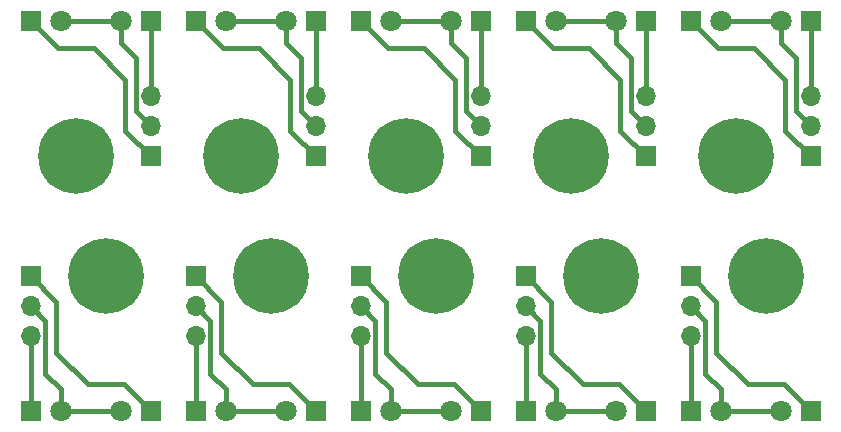
<source format=gbr>
%TF.GenerationSoftware,KiCad,Pcbnew,(5.1.10)-1*%
%TF.CreationDate,2022-10-12T21:43:39-04:00*%
%TF.ProjectId,1581-improved-ledpcb,31353831-2d69-46d7-9072-6f7665642d6c,2*%
%TF.SameCoordinates,Original*%
%TF.FileFunction,Copper,L1,Top*%
%TF.FilePolarity,Positive*%
%FSLAX46Y46*%
G04 Gerber Fmt 4.6, Leading zero omitted, Abs format (unit mm)*
G04 Created by KiCad (PCBNEW (5.1.10)-1) date 2022-10-12 21:43:39*
%MOMM*%
%LPD*%
G01*
G04 APERTURE LIST*
%TA.AperFunction,ComponentPad*%
%ADD10R,1.800000X1.800000*%
%TD*%
%TA.AperFunction,ComponentPad*%
%ADD11C,1.800000*%
%TD*%
%TA.AperFunction,ComponentPad*%
%ADD12O,1.700000X1.700000*%
%TD*%
%TA.AperFunction,ComponentPad*%
%ADD13R,1.700000X1.700000*%
%TD*%
%TA.AperFunction,ComponentPad*%
%ADD14C,6.400000*%
%TD*%
%TA.AperFunction,Conductor*%
%ADD15C,0.400000*%
%TD*%
G04 APERTURE END LIST*
D10*
%TO.P,LED2,1*%
%TO.N,N/C*%
X176530000Y-110490000D03*
D11*
%TO.P,LED2,2*%
X179070000Y-110490000D03*
%TD*%
%TO.P,LED1,2*%
%TO.N,N/C*%
X184150000Y-110490000D03*
D10*
%TO.P,LED1,1*%
X186690000Y-110490000D03*
%TD*%
D12*
%TO.P,CN7,3*%
%TO.N,N/C*%
X176530000Y-104140000D03*
%TO.P,CN7,2*%
X176530000Y-101600000D03*
D13*
%TO.P,CN7,1*%
X176530000Y-99060000D03*
%TD*%
D14*
%TO.P,H1,1*%
%TO.N,N/C*%
X182880000Y-99060000D03*
%TD*%
D10*
%TO.P,LED2,1*%
%TO.N,N/C*%
X162560000Y-110490000D03*
D11*
%TO.P,LED2,2*%
X165100000Y-110490000D03*
%TD*%
%TO.P,LED1,2*%
%TO.N,N/C*%
X170180000Y-110490000D03*
D10*
%TO.P,LED1,1*%
X172720000Y-110490000D03*
%TD*%
D12*
%TO.P,CN7,3*%
%TO.N,N/C*%
X162560000Y-104140000D03*
%TO.P,CN7,2*%
X162560000Y-101600000D03*
D13*
%TO.P,CN7,1*%
X162560000Y-99060000D03*
%TD*%
D14*
%TO.P,H1,1*%
%TO.N,N/C*%
X168910000Y-99060000D03*
%TD*%
D10*
%TO.P,LED2,1*%
%TO.N,N/C*%
X148590000Y-110490000D03*
D11*
%TO.P,LED2,2*%
X151130000Y-110490000D03*
%TD*%
%TO.P,LED1,2*%
%TO.N,N/C*%
X156210000Y-110490000D03*
D10*
%TO.P,LED1,1*%
X158750000Y-110490000D03*
%TD*%
D12*
%TO.P,CN7,3*%
%TO.N,N/C*%
X148590000Y-104140000D03*
%TO.P,CN7,2*%
X148590000Y-101600000D03*
D13*
%TO.P,CN7,1*%
X148590000Y-99060000D03*
%TD*%
D14*
%TO.P,H1,1*%
%TO.N,N/C*%
X154940000Y-99060000D03*
%TD*%
D10*
%TO.P,LED2,1*%
%TO.N,N/C*%
X134620000Y-110490000D03*
D11*
%TO.P,LED2,2*%
X137160000Y-110490000D03*
%TD*%
%TO.P,LED1,2*%
%TO.N,N/C*%
X142240000Y-110490000D03*
D10*
%TO.P,LED1,1*%
X144780000Y-110490000D03*
%TD*%
D12*
%TO.P,CN7,3*%
%TO.N,N/C*%
X134620000Y-104140000D03*
%TO.P,CN7,2*%
X134620000Y-101600000D03*
D13*
%TO.P,CN7,1*%
X134620000Y-99060000D03*
%TD*%
D14*
%TO.P,H1,1*%
%TO.N,N/C*%
X140970000Y-99060000D03*
%TD*%
D10*
%TO.P,LED2,1*%
%TO.N,N/C*%
X120650000Y-110490000D03*
D11*
%TO.P,LED2,2*%
X123190000Y-110490000D03*
%TD*%
%TO.P,LED1,2*%
%TO.N,N/C*%
X128270000Y-110490000D03*
D10*
%TO.P,LED1,1*%
X130810000Y-110490000D03*
%TD*%
D12*
%TO.P,CN7,3*%
%TO.N,N/C*%
X120650000Y-104140000D03*
%TO.P,CN7,2*%
X120650000Y-101600000D03*
D13*
%TO.P,CN7,1*%
X120650000Y-99060000D03*
%TD*%
D14*
%TO.P,H1,1*%
%TO.N,N/C*%
X127000000Y-99060000D03*
%TD*%
D10*
%TO.P,LED2,1*%
%TO.N,N/C*%
X186690000Y-77470000D03*
D11*
%TO.P,LED2,2*%
X184150000Y-77470000D03*
%TD*%
%TO.P,LED1,2*%
%TO.N,N/C*%
X179070000Y-77470000D03*
D10*
%TO.P,LED1,1*%
X176530000Y-77470000D03*
%TD*%
D12*
%TO.P,CN7,3*%
%TO.N,N/C*%
X186690000Y-83820000D03*
%TO.P,CN7,2*%
X186690000Y-86360000D03*
D13*
%TO.P,CN7,1*%
X186690000Y-88900000D03*
%TD*%
D14*
%TO.P,H1,1*%
%TO.N,N/C*%
X180340000Y-88900000D03*
%TD*%
D10*
%TO.P,LED2,1*%
%TO.N,N/C*%
X172720000Y-77470000D03*
D11*
%TO.P,LED2,2*%
X170180000Y-77470000D03*
%TD*%
%TO.P,LED1,2*%
%TO.N,N/C*%
X165100000Y-77470000D03*
D10*
%TO.P,LED1,1*%
X162560000Y-77470000D03*
%TD*%
D12*
%TO.P,CN7,3*%
%TO.N,N/C*%
X172720000Y-83820000D03*
%TO.P,CN7,2*%
X172720000Y-86360000D03*
D13*
%TO.P,CN7,1*%
X172720000Y-88900000D03*
%TD*%
D14*
%TO.P,H1,1*%
%TO.N,N/C*%
X166370000Y-88900000D03*
%TD*%
D10*
%TO.P,LED2,1*%
%TO.N,N/C*%
X158750000Y-77470000D03*
D11*
%TO.P,LED2,2*%
X156210000Y-77470000D03*
%TD*%
%TO.P,LED1,2*%
%TO.N,N/C*%
X151130000Y-77470000D03*
D10*
%TO.P,LED1,1*%
X148590000Y-77470000D03*
%TD*%
D12*
%TO.P,CN7,3*%
%TO.N,N/C*%
X158750000Y-83820000D03*
%TO.P,CN7,2*%
X158750000Y-86360000D03*
D13*
%TO.P,CN7,1*%
X158750000Y-88900000D03*
%TD*%
D14*
%TO.P,H1,1*%
%TO.N,N/C*%
X152400000Y-88900000D03*
%TD*%
D10*
%TO.P,LED2,1*%
%TO.N,N/C*%
X144780000Y-77470000D03*
D11*
%TO.P,LED2,2*%
X142240000Y-77470000D03*
%TD*%
%TO.P,LED1,2*%
%TO.N,N/C*%
X137160000Y-77470000D03*
D10*
%TO.P,LED1,1*%
X134620000Y-77470000D03*
%TD*%
D12*
%TO.P,CN7,3*%
%TO.N,N/C*%
X144780000Y-83820000D03*
%TO.P,CN7,2*%
X144780000Y-86360000D03*
D13*
%TO.P,CN7,1*%
X144780000Y-88900000D03*
%TD*%
D14*
%TO.P,H1,1*%
%TO.N,N/C*%
X138430000Y-88900000D03*
%TD*%
D13*
%TO.P,CN7,1*%
%TO.N,Net-(CN7-Pad1)*%
X130810000Y-88900000D03*
D12*
%TO.P,CN7,2*%
%TO.N,Net-(CN7-Pad2)*%
X130810000Y-86360000D03*
%TO.P,CN7,3*%
%TO.N,Net-(CN7-Pad3)*%
X130810000Y-83820000D03*
%TD*%
D10*
%TO.P,LED1,1*%
%TO.N,Net-(CN7-Pad1)*%
X120650000Y-77470000D03*
D11*
%TO.P,LED1,2*%
%TO.N,Net-(CN7-Pad2)*%
X123190000Y-77470000D03*
%TD*%
%TO.P,LED2,2*%
%TO.N,Net-(CN7-Pad2)*%
X128270000Y-77470000D03*
D10*
%TO.P,LED2,1*%
%TO.N,Net-(CN7-Pad3)*%
X130810000Y-77470000D03*
%TD*%
D14*
%TO.P,H1,1*%
%TO.N,N/C*%
X124460000Y-88900000D03*
%TD*%
D15*
%TO.N,*%
X134620000Y-77470000D02*
X136906000Y-79756000D01*
X142621000Y-82423000D02*
X142621000Y-86741000D01*
X142621000Y-86741000D02*
X144780000Y-88900000D01*
X139954000Y-79756000D02*
X142621000Y-82423000D01*
X136906000Y-79756000D02*
X139954000Y-79756000D01*
X143529999Y-85109999D02*
X143529999Y-80625001D01*
X137160000Y-77470000D02*
X142240000Y-77470000D01*
X144780000Y-86360000D02*
X143529999Y-85109999D01*
X142240000Y-79335002D02*
X142240000Y-77470000D01*
X143529999Y-80625001D02*
X142240000Y-79335002D01*
X144780000Y-83820000D02*
X144780000Y-77470000D01*
X148590000Y-77470000D02*
X150876000Y-79756000D01*
X156591000Y-82423000D02*
X156591000Y-86741000D01*
X156591000Y-86741000D02*
X158750000Y-88900000D01*
X153924000Y-79756000D02*
X156591000Y-82423000D01*
X150876000Y-79756000D02*
X153924000Y-79756000D01*
X157499999Y-85109999D02*
X157499999Y-80625001D01*
X151130000Y-77470000D02*
X156210000Y-77470000D01*
X158750000Y-86360000D02*
X157499999Y-85109999D01*
X156210000Y-79335002D02*
X156210000Y-77470000D01*
X157499999Y-80625001D02*
X156210000Y-79335002D01*
X158750000Y-83820000D02*
X158750000Y-77470000D01*
X162560000Y-77470000D02*
X164846000Y-79756000D01*
X170561000Y-82423000D02*
X170561000Y-86741000D01*
X170561000Y-86741000D02*
X172720000Y-88900000D01*
X167894000Y-79756000D02*
X170561000Y-82423000D01*
X164846000Y-79756000D02*
X167894000Y-79756000D01*
X171469999Y-85109999D02*
X171469999Y-80625001D01*
X165100000Y-77470000D02*
X170180000Y-77470000D01*
X172720000Y-86360000D02*
X171469999Y-85109999D01*
X170180000Y-79335002D02*
X170180000Y-77470000D01*
X171469999Y-80625001D02*
X170180000Y-79335002D01*
X172720000Y-83820000D02*
X172720000Y-77470000D01*
X176530000Y-77470000D02*
X178816000Y-79756000D01*
X184531000Y-82423000D02*
X184531000Y-86741000D01*
X184531000Y-86741000D02*
X186690000Y-88900000D01*
X181864000Y-79756000D02*
X184531000Y-82423000D01*
X178816000Y-79756000D02*
X181864000Y-79756000D01*
X185439999Y-85109999D02*
X185439999Y-80625001D01*
X179070000Y-77470000D02*
X184150000Y-77470000D01*
X186690000Y-86360000D02*
X185439999Y-85109999D01*
X184150000Y-79335002D02*
X184150000Y-77470000D01*
X185439999Y-80625001D02*
X184150000Y-79335002D01*
X186690000Y-83820000D02*
X186690000Y-77470000D01*
X130810000Y-110490000D02*
X128524000Y-108204000D01*
X122809000Y-105537000D02*
X122809000Y-101219000D01*
X122809000Y-101219000D02*
X120650000Y-99060000D01*
X125476000Y-108204000D02*
X122809000Y-105537000D01*
X128524000Y-108204000D02*
X125476000Y-108204000D01*
X121900001Y-102850001D02*
X121900001Y-107334999D01*
X128270000Y-110490000D02*
X123190000Y-110490000D01*
X120650000Y-101600000D02*
X121900001Y-102850001D01*
X123190000Y-108624998D02*
X123190000Y-110490000D01*
X121900001Y-107334999D02*
X123190000Y-108624998D01*
X120650000Y-104140000D02*
X120650000Y-110490000D01*
X144780000Y-110490000D02*
X142494000Y-108204000D01*
X136779000Y-105537000D02*
X136779000Y-101219000D01*
X136779000Y-101219000D02*
X134620000Y-99060000D01*
X139446000Y-108204000D02*
X136779000Y-105537000D01*
X142494000Y-108204000D02*
X139446000Y-108204000D01*
X135870001Y-102850001D02*
X135870001Y-107334999D01*
X142240000Y-110490000D02*
X137160000Y-110490000D01*
X134620000Y-101600000D02*
X135870001Y-102850001D01*
X137160000Y-108624998D02*
X137160000Y-110490000D01*
X135870001Y-107334999D02*
X137160000Y-108624998D01*
X134620000Y-104140000D02*
X134620000Y-110490000D01*
X158750000Y-110490000D02*
X156464000Y-108204000D01*
X150749000Y-105537000D02*
X150749000Y-101219000D01*
X150749000Y-101219000D02*
X148590000Y-99060000D01*
X153416000Y-108204000D02*
X150749000Y-105537000D01*
X156464000Y-108204000D02*
X153416000Y-108204000D01*
X149840001Y-102850001D02*
X149840001Y-107334999D01*
X156210000Y-110490000D02*
X151130000Y-110490000D01*
X148590000Y-101600000D02*
X149840001Y-102850001D01*
X151130000Y-108624998D02*
X151130000Y-110490000D01*
X149840001Y-107334999D02*
X151130000Y-108624998D01*
X148590000Y-104140000D02*
X148590000Y-110490000D01*
X172720000Y-110490000D02*
X170434000Y-108204000D01*
X164719000Y-105537000D02*
X164719000Y-101219000D01*
X164719000Y-101219000D02*
X162560000Y-99060000D01*
X167386000Y-108204000D02*
X164719000Y-105537000D01*
X170434000Y-108204000D02*
X167386000Y-108204000D01*
X163810001Y-102850001D02*
X163810001Y-107334999D01*
X170180000Y-110490000D02*
X165100000Y-110490000D01*
X162560000Y-101600000D02*
X163810001Y-102850001D01*
X165100000Y-108624998D02*
X165100000Y-110490000D01*
X163810001Y-107334999D02*
X165100000Y-108624998D01*
X162560000Y-104140000D02*
X162560000Y-110490000D01*
X186690000Y-110490000D02*
X184404000Y-108204000D01*
X178689000Y-105537000D02*
X178689000Y-101219000D01*
X178689000Y-101219000D02*
X176530000Y-99060000D01*
X181356000Y-108204000D02*
X178689000Y-105537000D01*
X184404000Y-108204000D02*
X181356000Y-108204000D01*
X177780001Y-102850001D02*
X177780001Y-107334999D01*
X184150000Y-110490000D02*
X179070000Y-110490000D01*
X176530000Y-101600000D02*
X177780001Y-102850001D01*
X179070000Y-108624998D02*
X179070000Y-110490000D01*
X177780001Y-107334999D02*
X179070000Y-108624998D01*
X176530000Y-104140000D02*
X176530000Y-110490000D01*
%TO.N,Net-(CN7-Pad1)*%
X120650000Y-77470000D02*
X122936000Y-79756000D01*
X122936000Y-79756000D02*
X125984000Y-79756000D01*
X125984000Y-79756000D02*
X128651000Y-82423000D01*
X128651000Y-82423000D02*
X128651000Y-86741000D01*
X128651000Y-86741000D02*
X130810000Y-88900000D01*
%TO.N,Net-(CN7-Pad2)*%
X129559999Y-85109999D02*
X129559999Y-80625001D01*
X130810000Y-86360000D02*
X129559999Y-85109999D01*
X128270000Y-79335002D02*
X128270000Y-77470000D01*
X129559999Y-80625001D02*
X128270000Y-79335002D01*
X123190000Y-77470000D02*
X128270000Y-77470000D01*
%TO.N,Net-(CN7-Pad3)*%
X130810000Y-83820000D02*
X130810000Y-77470000D01*
%TD*%
M02*

</source>
